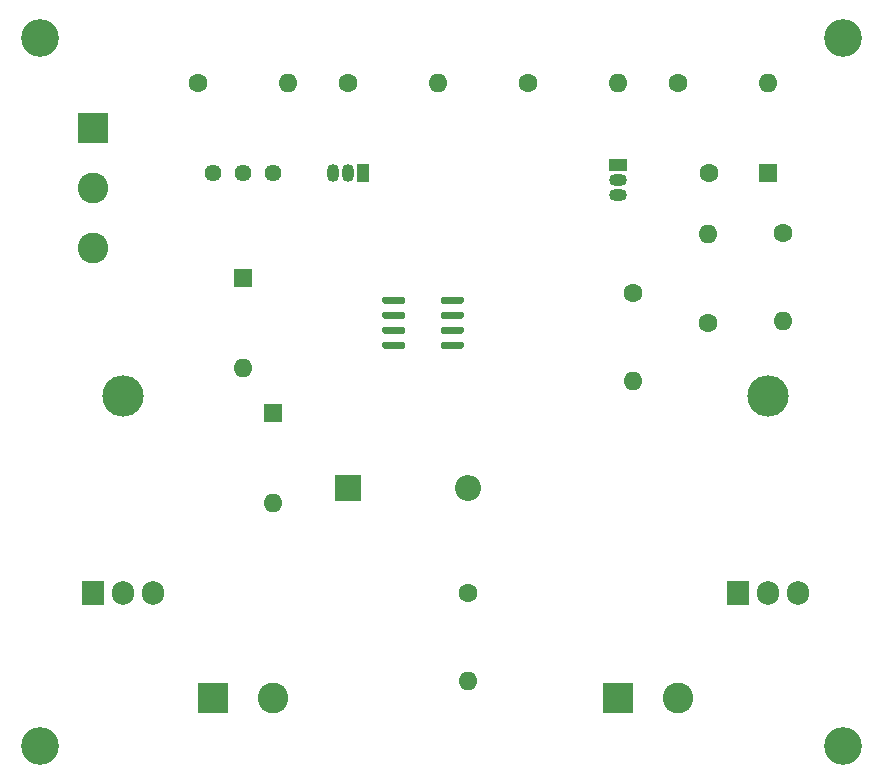
<source format=gts>
%TF.GenerationSoftware,KiCad,Pcbnew,(5.1.8)-1*%
%TF.CreationDate,2021-07-02T06:17:22+02:00*%
%TF.ProjectId,Assignment2,41737369-676e-46d6-956e-74322e6b6963,rev?*%
%TF.SameCoordinates,Original*%
%TF.FileFunction,Soldermask,Top*%
%TF.FilePolarity,Negative*%
%FSLAX46Y46*%
G04 Gerber Fmt 4.6, Leading zero omitted, Abs format (unit mm)*
G04 Created by KiCad (PCBNEW (5.1.8)-1) date 2021-07-02 06:17:22*
%MOMM*%
%LPD*%
G01*
G04 APERTURE LIST*
%ADD10O,1.905000X2.000000*%
%ADD11R,1.905000X2.000000*%
%ADD12O,3.500000X3.500000*%
%ADD13C,3.200000*%
%ADD14C,1.600000*%
%ADD15O,1.600000X1.600000*%
%ADD16R,1.600000X1.600000*%
%ADD17R,2.200000X2.200000*%
%ADD18O,2.200000X2.200000*%
%ADD19O,1.050000X1.500000*%
%ADD20R,1.050000X1.500000*%
%ADD21R,1.500000X1.050000*%
%ADD22O,1.500000X1.050000*%
%ADD23C,1.440000*%
%ADD24C,2.600000*%
%ADD25R,2.600000X2.600000*%
G04 APERTURE END LIST*
D10*
%TO.C,Q3*%
X88320000Y-88900000D03*
X85780000Y-88900000D03*
D11*
X83240000Y-88900000D03*
D12*
X85780000Y-72240000D03*
%TD*%
D10*
%TO.C,IC2*%
X142930000Y-88900000D03*
X140390000Y-88900000D03*
D11*
X137850000Y-88900000D03*
D12*
X140390000Y-72240000D03*
%TD*%
D13*
%TO.C,REF\u002A\u002A*%
X146740000Y-101910000D03*
%TD*%
%TO.C,REF\u002A\u002A*%
X78740000Y-101910000D03*
%TD*%
%TO.C,REF\u002A\u002A*%
X146740000Y-41910000D03*
%TD*%
%TO.C,REF\u002A\u002A*%
X78740000Y-41910000D03*
%TD*%
D14*
%TO.C,C3*%
X135310000Y-66040000D03*
D15*
X135310000Y-58540000D03*
%TD*%
D14*
%TO.C,C2*%
X128960000Y-63500000D03*
D15*
X128960000Y-71000000D03*
%TD*%
%TO.C,C1*%
X141660000Y-65920000D03*
D14*
X141660000Y-58420000D03*
%TD*%
D15*
%TO.C,C5*%
X114990000Y-96400000D03*
D14*
X114990000Y-88900000D03*
%TD*%
D16*
%TO.C,C4*%
X140390000Y-53340000D03*
D14*
X135390000Y-53340000D03*
%TD*%
D15*
%TO.C,D1*%
X98480000Y-81280000D03*
D16*
X98480000Y-73660000D03*
%TD*%
%TO.C,D2*%
X95940000Y-62230000D03*
D15*
X95940000Y-69850000D03*
%TD*%
D17*
%TO.C,D3*%
X104830000Y-80010000D03*
D18*
X114990000Y-80010000D03*
%TD*%
%TO.C,IC1*%
G36*
G01*
X107730000Y-64285000D02*
X107730000Y-63985000D01*
G75*
G02*
X107880000Y-63835000I150000J0D01*
G01*
X109530000Y-63835000D01*
G75*
G02*
X109680000Y-63985000I0J-150000D01*
G01*
X109680000Y-64285000D01*
G75*
G02*
X109530000Y-64435000I-150000J0D01*
G01*
X107880000Y-64435000D01*
G75*
G02*
X107730000Y-64285000I0J150000D01*
G01*
G37*
G36*
G01*
X107730000Y-65555000D02*
X107730000Y-65255000D01*
G75*
G02*
X107880000Y-65105000I150000J0D01*
G01*
X109530000Y-65105000D01*
G75*
G02*
X109680000Y-65255000I0J-150000D01*
G01*
X109680000Y-65555000D01*
G75*
G02*
X109530000Y-65705000I-150000J0D01*
G01*
X107880000Y-65705000D01*
G75*
G02*
X107730000Y-65555000I0J150000D01*
G01*
G37*
G36*
G01*
X107730000Y-66825000D02*
X107730000Y-66525000D01*
G75*
G02*
X107880000Y-66375000I150000J0D01*
G01*
X109530000Y-66375000D01*
G75*
G02*
X109680000Y-66525000I0J-150000D01*
G01*
X109680000Y-66825000D01*
G75*
G02*
X109530000Y-66975000I-150000J0D01*
G01*
X107880000Y-66975000D01*
G75*
G02*
X107730000Y-66825000I0J150000D01*
G01*
G37*
G36*
G01*
X107730000Y-68095000D02*
X107730000Y-67795000D01*
G75*
G02*
X107880000Y-67645000I150000J0D01*
G01*
X109530000Y-67645000D01*
G75*
G02*
X109680000Y-67795000I0J-150000D01*
G01*
X109680000Y-68095000D01*
G75*
G02*
X109530000Y-68245000I-150000J0D01*
G01*
X107880000Y-68245000D01*
G75*
G02*
X107730000Y-68095000I0J150000D01*
G01*
G37*
G36*
G01*
X112680000Y-68095000D02*
X112680000Y-67795000D01*
G75*
G02*
X112830000Y-67645000I150000J0D01*
G01*
X114480000Y-67645000D01*
G75*
G02*
X114630000Y-67795000I0J-150000D01*
G01*
X114630000Y-68095000D01*
G75*
G02*
X114480000Y-68245000I-150000J0D01*
G01*
X112830000Y-68245000D01*
G75*
G02*
X112680000Y-68095000I0J150000D01*
G01*
G37*
G36*
G01*
X112680000Y-66825000D02*
X112680000Y-66525000D01*
G75*
G02*
X112830000Y-66375000I150000J0D01*
G01*
X114480000Y-66375000D01*
G75*
G02*
X114630000Y-66525000I0J-150000D01*
G01*
X114630000Y-66825000D01*
G75*
G02*
X114480000Y-66975000I-150000J0D01*
G01*
X112830000Y-66975000D01*
G75*
G02*
X112680000Y-66825000I0J150000D01*
G01*
G37*
G36*
G01*
X112680000Y-65555000D02*
X112680000Y-65255000D01*
G75*
G02*
X112830000Y-65105000I150000J0D01*
G01*
X114480000Y-65105000D01*
G75*
G02*
X114630000Y-65255000I0J-150000D01*
G01*
X114630000Y-65555000D01*
G75*
G02*
X114480000Y-65705000I-150000J0D01*
G01*
X112830000Y-65705000D01*
G75*
G02*
X112680000Y-65555000I0J150000D01*
G01*
G37*
G36*
G01*
X112680000Y-64285000D02*
X112680000Y-63985000D01*
G75*
G02*
X112830000Y-63835000I150000J0D01*
G01*
X114480000Y-63835000D01*
G75*
G02*
X114630000Y-63985000I0J-150000D01*
G01*
X114630000Y-64285000D01*
G75*
G02*
X114480000Y-64435000I-150000J0D01*
G01*
X112830000Y-64435000D01*
G75*
G02*
X112680000Y-64285000I0J150000D01*
G01*
G37*
%TD*%
D19*
%TO.C,Q1*%
X104830000Y-53340000D03*
X103560000Y-53340000D03*
D20*
X106100000Y-53340000D03*
%TD*%
D21*
%TO.C,Q2*%
X127690000Y-52705000D03*
D22*
X127690000Y-55245000D03*
X127690000Y-53975000D03*
%TD*%
D14*
%TO.C,R2*%
X92130000Y-45720000D03*
D15*
X99750000Y-45720000D03*
%TD*%
%TO.C,R3*%
X112450000Y-45720000D03*
D14*
X104830000Y-45720000D03*
%TD*%
%TO.C,R4*%
X120070000Y-45720000D03*
D15*
X127690000Y-45720000D03*
%TD*%
%TO.C,R5*%
X140390000Y-45720000D03*
D14*
X132770000Y-45720000D03*
%TD*%
D23*
%TO.C,R1*%
X98480000Y-53340000D03*
X95940000Y-53340000D03*
X93400000Y-53340000D03*
%TD*%
D24*
%TO.C,Battery1*%
X132770000Y-97790000D03*
D25*
X127690000Y-97790000D03*
%TD*%
%TO.C,External_POT1*%
X83240000Y-49530000D03*
D24*
X83240000Y-54610000D03*
X83240000Y-59690000D03*
%TD*%
D25*
%TO.C,Motor1*%
X93400000Y-97790000D03*
D24*
X98480000Y-97790000D03*
%TD*%
M02*

</source>
